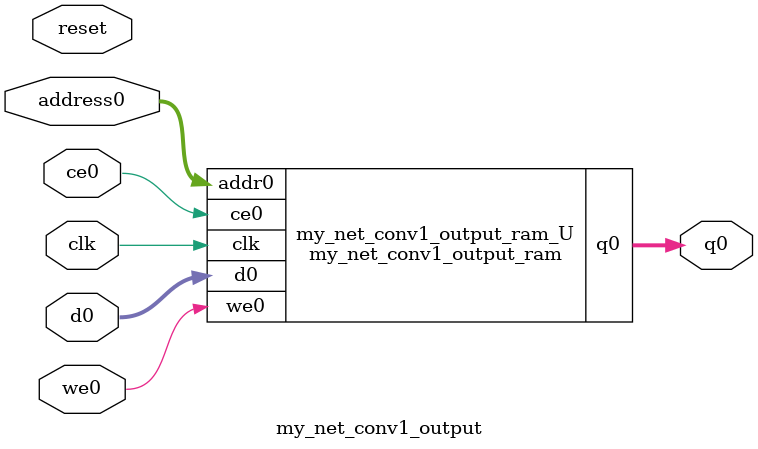
<source format=v>
`timescale 1 ns / 1 ps
module my_net_conv1_output_ram (addr0, ce0, d0, we0, q0,  clk);

parameter DWIDTH = 16;
parameter AWIDTH = 14;
parameter MEM_SIZE = 12544;

input[AWIDTH-1:0] addr0;
input ce0;
input[DWIDTH-1:0] d0;
input we0;
output reg[DWIDTH-1:0] q0;
input clk;

(* ram_style = "block" *)reg [DWIDTH-1:0] ram[0:MEM_SIZE-1];




always @(posedge clk)  
begin 
    if (ce0) 
    begin
        if (we0) 
        begin 
            ram[addr0] <= d0; 
        end 
        q0 <= ram[addr0];
    end
end


endmodule

`timescale 1 ns / 1 ps
module my_net_conv1_output(
    reset,
    clk,
    address0,
    ce0,
    we0,
    d0,
    q0);

parameter DataWidth = 32'd16;
parameter AddressRange = 32'd12544;
parameter AddressWidth = 32'd14;
input reset;
input clk;
input[AddressWidth - 1:0] address0;
input ce0;
input we0;
input[DataWidth - 1:0] d0;
output[DataWidth - 1:0] q0;



my_net_conv1_output_ram my_net_conv1_output_ram_U(
    .clk( clk ),
    .addr0( address0 ),
    .ce0( ce0 ),
    .we0( we0 ),
    .d0( d0 ),
    .q0( q0 ));

endmodule


</source>
